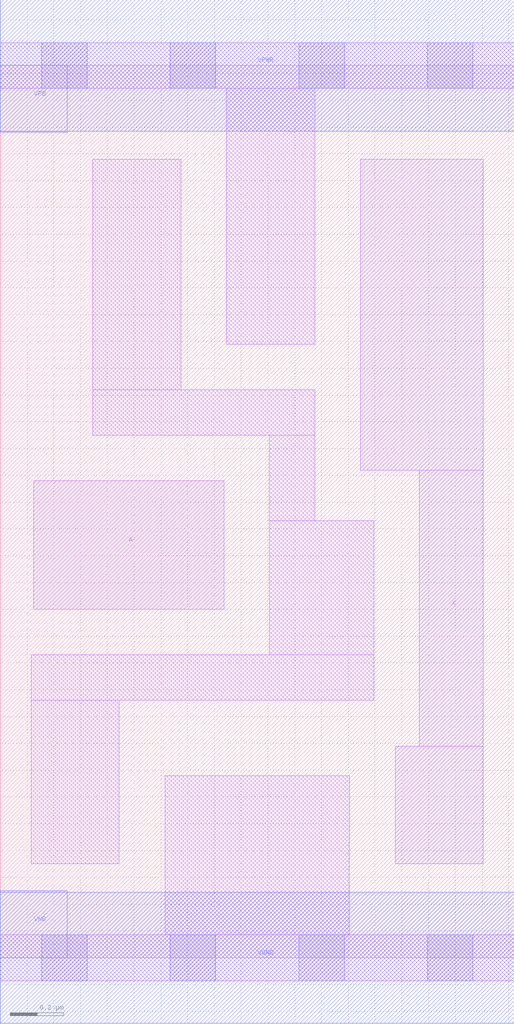
<source format=lef>
# Copyright 2020 The SkyWater PDK Authors
#
# Licensed under the Apache License, Version 2.0 (the "License");
# you may not use this file except in compliance with the License.
# You may obtain a copy of the License at
#
#     https://www.apache.org/licenses/LICENSE-2.0
#
# Unless required by applicable law or agreed to in writing, software
# distributed under the License is distributed on an "AS IS" BASIS,
# WITHOUT WARRANTIES OR CONDITIONS OF ANY KIND, either express or implied.
# See the License for the specific language governing permissions and
# limitations under the License.
#
# SPDX-License-Identifier: Apache-2.0

VERSION 5.5 ;
NAMESCASESENSITIVE ON ;
BUSBITCHARS "[]" ;
DIVIDERCHAR "/" ;
MACRO sky130_fd_sc_ms__clkbuf_1
  CLASS CORE ;
  SOURCE USER ;
  ORIGIN  0.000000  0.000000 ;
  SIZE  1.920000 BY  3.330000 ;
  SYMMETRY X Y ;
  SITE unit ;
  PIN A
    ANTENNAGATEAREA  0.231000 ;
    DIRECTION INPUT ;
    USE SIGNAL ;
    PORT
      LAYER li1 ;
        RECT 0.125000 1.300000 0.835000 1.780000 ;
    END
  END A
  PIN X
    ANTENNADIFFAREA  0.449400 ;
    DIRECTION OUTPUT ;
    USE SIGNAL ;
    PORT
      LAYER li1 ;
        RECT 1.345000 1.820000 1.805000 2.980000 ;
        RECT 1.475000 0.350000 1.805000 0.790000 ;
        RECT 1.565000 0.790000 1.805000 1.820000 ;
    END
  END X
  PIN VGND
    DIRECTION INOUT ;
    USE GROUND ;
    PORT
      LAYER met1 ;
        RECT 0.000000 -0.245000 1.920000 0.245000 ;
    END
  END VGND
  PIN VNB
    DIRECTION INOUT ;
    USE GROUND ;
    PORT
      LAYER met1 ;
        RECT 0.000000 0.000000 0.250000 0.250000 ;
    END
  END VNB
  PIN VPB
    DIRECTION INOUT ;
    USE POWER ;
    PORT
      LAYER met1 ;
        RECT 0.000000 3.080000 0.250000 3.330000 ;
    END
  END VPB
  PIN VPWR
    DIRECTION INOUT ;
    USE POWER ;
    PORT
      LAYER met1 ;
        RECT 0.000000 3.085000 1.920000 3.575000 ;
    END
  END VPWR
  OBS
    LAYER li1 ;
      RECT 0.000000 -0.085000 1.920000 0.085000 ;
      RECT 0.000000  3.245000 1.920000 3.415000 ;
      RECT 0.115000  0.350000 0.445000 0.960000 ;
      RECT 0.115000  0.960000 1.395000 1.130000 ;
      RECT 0.345000  1.950000 1.175000 2.120000 ;
      RECT 0.345000  2.120000 0.675000 2.980000 ;
      RECT 0.615000  0.085000 1.305000 0.680000 ;
      RECT 0.845000  2.290000 1.175000 3.245000 ;
      RECT 1.005000  1.130000 1.395000 1.630000 ;
      RECT 1.005000  1.630000 1.175000 1.950000 ;
    LAYER mcon ;
      RECT 0.155000 -0.085000 0.325000 0.085000 ;
      RECT 0.155000  3.245000 0.325000 3.415000 ;
      RECT 0.635000 -0.085000 0.805000 0.085000 ;
      RECT 0.635000  3.245000 0.805000 3.415000 ;
      RECT 1.115000 -0.085000 1.285000 0.085000 ;
      RECT 1.115000  3.245000 1.285000 3.415000 ;
      RECT 1.595000 -0.085000 1.765000 0.085000 ;
      RECT 1.595000  3.245000 1.765000 3.415000 ;
  END
END sky130_fd_sc_ms__clkbuf_1

</source>
